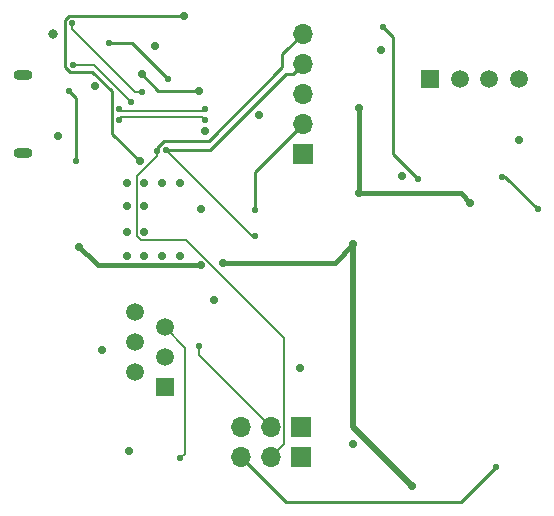
<source format=gbr>
%TF.GenerationSoftware,KiCad,Pcbnew,5.1.12-1.fc35*%
%TF.CreationDate,2021-12-21T00:05:04+01:00*%
%TF.ProjectId,smartmeterreader,736d6172-746d-4657-9465-727265616465,rev?*%
%TF.SameCoordinates,Original*%
%TF.FileFunction,Copper,L4,Bot*%
%TF.FilePolarity,Positive*%
%FSLAX46Y46*%
G04 Gerber Fmt 4.6, Leading zero omitted, Abs format (unit mm)*
G04 Created by KiCad (PCBNEW 5.1.12-1.fc35) date 2021-12-21 00:05:04*
%MOMM*%
%LPD*%
G01*
G04 APERTURE LIST*
%TA.AperFunction,ComponentPad*%
%ADD10O,1.700000X1.700000*%
%TD*%
%TA.AperFunction,ComponentPad*%
%ADD11R,1.700000X1.700000*%
%TD*%
%TA.AperFunction,ComponentPad*%
%ADD12C,1.520000*%
%TD*%
%TA.AperFunction,ComponentPad*%
%ADD13R,1.520000X1.520000*%
%TD*%
%TA.AperFunction,ComponentPad*%
%ADD14R,1.500000X1.500000*%
%TD*%
%TA.AperFunction,ComponentPad*%
%ADD15C,1.500000*%
%TD*%
%TA.AperFunction,ComponentPad*%
%ADD16O,1.600000X0.900000*%
%TD*%
%TA.AperFunction,ViaPad*%
%ADD17C,0.700000*%
%TD*%
%TA.AperFunction,ViaPad*%
%ADD18C,0.800000*%
%TD*%
%TA.AperFunction,ViaPad*%
%ADD19C,0.550000*%
%TD*%
%TA.AperFunction,Conductor*%
%ADD20C,0.400000*%
%TD*%
%TA.AperFunction,Conductor*%
%ADD21C,0.500000*%
%TD*%
%TA.AperFunction,Conductor*%
%ADD22C,0.250000*%
%TD*%
%TA.AperFunction,Conductor*%
%ADD23C,0.150000*%
%TD*%
G04 APERTURE END LIST*
D10*
%TO.P,J3,5*%
%TO.N,/UART_RX*%
X146750000Y-76670000D03*
%TO.P,J3,4*%
%TO.N,/UART_TX*%
X146750000Y-79210000D03*
%TO.P,J3,3*%
%TO.N,/UART_DTR*%
X146750000Y-81750000D03*
%TO.P,J3,2*%
%TO.N,/UART_RTS*%
X146750000Y-84290000D03*
D11*
%TO.P,J3,1*%
%TO.N,GND*%
X146750000Y-86830000D03*
%TD*%
D12*
%TO.P,J2,6*%
%TO.N,GND*%
X132485000Y-100275000D03*
%TO.P,J2,5*%
%TO.N,/DATA_LINE*%
X135025000Y-101545000D03*
%TO.P,J2,4*%
%TO.N,N/C*%
X132485000Y-102815000D03*
%TO.P,J2,3*%
%TO.N,GND*%
X135025000Y-104085000D03*
%TO.P,J2,2*%
%TO.N,/DATA_REQ*%
X132485000Y-105355000D03*
D13*
%TO.P,J2,1*%
%TO.N,Net-(F2-Pad1)*%
X135025000Y-106625000D03*
%TD*%
D14*
%TO.P,U4,1*%
%TO.N,/High_side_SW.sch/VOut*%
X157500000Y-80500000D03*
D15*
%TO.P,U4,2*%
%TO.N,/DHT22_DATA*%
X160000000Y-80500000D03*
%TO.P,U4,3*%
%TO.N,N/C*%
X162500000Y-80500000D03*
%TO.P,U4,4*%
%TO.N,GND*%
X165000000Y-80500000D03*
%TD*%
D10*
%TO.P,JP2,3*%
%TO.N,/UART_RTS*%
X141478000Y-109982000D03*
%TO.P,JP2,2*%
%TO.N,/Data_Req_TTL*%
X144018000Y-109982000D03*
D11*
%TO.P,JP2,1*%
%TO.N,/GPIO4*%
X146558000Y-109982000D03*
%TD*%
D10*
%TO.P,JP1,3*%
%TO.N,/Data_line_TTL*%
X141478000Y-112522000D03*
%TO.P,JP1,2*%
%TO.N,/UART_RX*%
X144018000Y-112522000D03*
D11*
%TO.P,JP1,1*%
%TO.N,/U0_TXD*%
X146558000Y-112522000D03*
%TD*%
D16*
%TO.P,J1,SH*%
%TO.N,Earth*%
X123000000Y-86800000D03*
X123000000Y-80200000D03*
%TD*%
D17*
%TO.N,*%
X133300000Y-91300000D03*
X133300000Y-93500000D03*
%TO.N,GND*%
X134800000Y-89300000D03*
X136300000Y-89300000D03*
X131800000Y-89300000D03*
X133300000Y-89300000D03*
X131800000Y-93500000D03*
X131800000Y-91300000D03*
X134200000Y-77700000D03*
D18*
X125600000Y-76700000D03*
D17*
X129100000Y-81100000D03*
X143000000Y-83600000D03*
X126024035Y-85349988D03*
X136300000Y-95500000D03*
X134800000Y-95500000D03*
X133300000Y-95500000D03*
X131800000Y-95500000D03*
X129700000Y-103500000D03*
X138100000Y-91500000D03*
X132000000Y-112000000D03*
X139220000Y-99230000D03*
X150990000Y-111400000D03*
X165020000Y-85640000D03*
X153360000Y-78100000D03*
X155150000Y-88730000D03*
X146500000Y-105000000D03*
X138397694Y-84897697D03*
%TO.N,+3V3*%
X127800000Y-94700000D03*
X138100000Y-96300000D03*
X156000000Y-115000000D03*
X151000000Y-94500000D03*
X139930000Y-96080000D03*
X151460000Y-90200000D03*
X151460000Y-83010000D03*
X160890000Y-91000000D03*
%TO.N,/5V_USB*%
X132900000Y-87500000D03*
X136700000Y-75200000D03*
%TO.N,/USB-UART-transceiver/3.3V*%
X133100000Y-80100000D03*
X137900000Y-81500000D03*
D19*
%TO.N,/D+*%
X138400000Y-83975000D03*
X131158549Y-83975000D03*
%TO.N,/D-*%
X138400000Y-83025000D03*
X131158549Y-83025000D03*
%TO.N,/DATA_LINE*%
X136350000Y-112620000D03*
%TO.N,Net-(D5-Pad1)*%
X133100000Y-81600000D03*
X127200000Y-75800000D03*
%TO.N,Net-(D6-Pad1)*%
X132200000Y-82500000D03*
X127300000Y-79300000D03*
%TO.N,/Data_line_TTL*%
X163080000Y-113370000D03*
%TO.N,/UART_RX*%
X134400000Y-86600000D03*
%TO.N,/UART_RTS*%
X142686030Y-91604182D03*
%TO.N,/Data_Req_TTL*%
X137900000Y-103100000D03*
%TO.N,/nRST*%
X166600000Y-91530000D03*
X163580000Y-88810000D03*
%TO.N,/DHT22_EN*%
X156470000Y-89000000D03*
X153510000Y-76080000D03*
%TO.N,/UART_TX*%
X135149066Y-86562547D03*
X142689998Y-93800000D03*
%TO.N,Net-(R8-Pad2)*%
X130300000Y-77500000D03*
X135300000Y-80500000D03*
%TO.N,Net-(F1-Pad2)*%
X126900000Y-81500000D03*
X127500000Y-87500000D03*
%TD*%
D20*
%TO.N,+3V3*%
X127800000Y-94700000D02*
X129100000Y-96000000D01*
X138050001Y-96250001D02*
X138100000Y-96300000D01*
X129350001Y-96250001D02*
X138050001Y-96250001D01*
X129100000Y-96000000D02*
X129350001Y-96250001D01*
D21*
X151000000Y-110000000D02*
X151000000Y-94500000D01*
X156000000Y-115000000D02*
X151000000Y-110000000D01*
D20*
X149420000Y-96080000D02*
X151000000Y-94500000D01*
X139930000Y-96080000D02*
X149420000Y-96080000D01*
X151460000Y-90200000D02*
X151460000Y-83010000D01*
X160090000Y-90200000D02*
X151460000Y-90200000D01*
X160890000Y-91000000D02*
X160090000Y-90200000D01*
D22*
%TO.N,/5V_USB*%
X127011999Y-79900001D02*
X126600000Y-79488002D01*
X128899003Y-79900001D02*
X127011999Y-79900001D01*
X130558548Y-81559546D02*
X128899003Y-79900001D01*
X130558548Y-85158548D02*
X130558548Y-81559546D01*
X132900000Y-87500000D02*
X130558548Y-85158548D01*
X126911998Y-75200000D02*
X136700000Y-75200000D01*
X126600000Y-75511998D02*
X126911998Y-75200000D01*
X126600000Y-79488002D02*
X126600000Y-75511998D01*
%TO.N,/USB-UART-transceiver/3.3V*%
X134500000Y-81500000D02*
X137900000Y-81500000D01*
X133100000Y-80100000D02*
X134500000Y-81500000D01*
D23*
%TO.N,/D+*%
X131358549Y-83775000D02*
X131158549Y-83975000D01*
X138400000Y-83975000D02*
X138200000Y-83775000D01*
X138200000Y-83775000D02*
X131358549Y-83775000D01*
%TO.N,/D-*%
X131358549Y-83225000D02*
X131158549Y-83025000D01*
X138400000Y-83025000D02*
X138200000Y-83225000D01*
X138200000Y-83225000D02*
X131358549Y-83225000D01*
%TO.N,/DATA_LINE*%
X136350000Y-112620000D02*
X136740000Y-112230000D01*
X136740000Y-103260000D02*
X135025000Y-101545000D01*
X136740000Y-112230000D02*
X136740000Y-103260000D01*
%TO.N,Net-(D5-Pad1)*%
X133100000Y-81600000D02*
X132500000Y-81600000D01*
X127200000Y-76300000D02*
X127200000Y-75800000D01*
X132500000Y-81600000D02*
X127200000Y-76300000D01*
%TO.N,Net-(D6-Pad1)*%
X129000000Y-79300000D02*
X127300000Y-79300000D01*
X132200000Y-82500000D02*
X129000000Y-79300000D01*
D22*
%TO.N,/Data_line_TTL*%
X163080000Y-113370000D02*
X160100000Y-116350000D01*
X145306000Y-116350000D02*
X141478000Y-112522000D01*
X160100000Y-116350000D02*
X145306000Y-116350000D01*
D23*
%TO.N,/UART_RX*%
X145143001Y-111396999D02*
X144018000Y-112522000D01*
X145143001Y-102417999D02*
X145143001Y-111396999D01*
X136850003Y-94125001D02*
X145143001Y-102417999D01*
X132999999Y-94125001D02*
X136850003Y-94125001D01*
X132674999Y-93800001D02*
X132999999Y-94125001D01*
X132674999Y-88750001D02*
X132674999Y-93800001D01*
X134400000Y-87025000D02*
X132674999Y-88750001D01*
X134400000Y-86600000D02*
X134400000Y-87025000D01*
D22*
X145000000Y-78420000D02*
X145420000Y-78000000D01*
X145000000Y-79500000D02*
X145000000Y-78420000D01*
X145420000Y-78000000D02*
X146750000Y-76670000D01*
X138750000Y-85750000D02*
X145000000Y-79500000D01*
X134400000Y-86350000D02*
X135000000Y-85750000D01*
X135000000Y-85750000D02*
X138750000Y-85750000D01*
X134400000Y-86600000D02*
X134400000Y-86350000D01*
%TO.N,/UART_RTS*%
X146750000Y-84290000D02*
X142686030Y-88353970D01*
X142686030Y-88353970D02*
X142686030Y-91604182D01*
D23*
%TO.N,/Data_Req_TTL*%
X137900000Y-103864000D02*
X137900000Y-103100000D01*
X144018000Y-109982000D02*
X137900000Y-103864000D01*
D22*
%TO.N,/nRST*%
X163880000Y-88810000D02*
X163580000Y-88810000D01*
X166600000Y-91530000D02*
X163880000Y-88810000D01*
%TO.N,/DHT22_EN*%
X156470000Y-89000000D02*
X154360000Y-86890000D01*
X154360000Y-76930000D02*
X153510000Y-76080000D01*
X154360000Y-86890000D02*
X154360000Y-76930000D01*
%TO.N,/UART_TX*%
X135149066Y-86562547D02*
X138823864Y-86562547D01*
X138823864Y-86562547D02*
X145326412Y-80059999D01*
X145900001Y-80059999D02*
X146750000Y-79210000D01*
X145326412Y-80059999D02*
X145900001Y-80059999D01*
D23*
X135149066Y-86562547D02*
X142386519Y-93800000D01*
X142386519Y-93800000D02*
X142689998Y-93800000D01*
D22*
%TO.N,Net-(R8-Pad2)*%
X132300000Y-77500000D02*
X135300000Y-80500000D01*
X130300000Y-77500000D02*
X132300000Y-77500000D01*
%TO.N,Net-(F1-Pad2)*%
X127500000Y-82100000D02*
X127500000Y-87500000D01*
X126900000Y-81500000D02*
X127500000Y-82100000D01*
%TD*%
M02*

</source>
